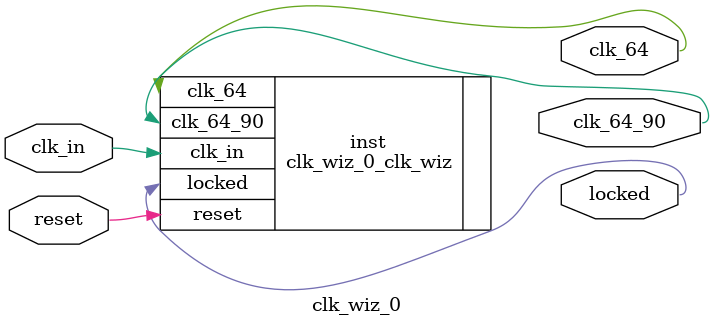
<source format=v>


`timescale 1ps/1ps

(* CORE_GENERATION_INFO = "clk_wiz_0,clk_wiz_v6_0_3_0_0,{component_name=clk_wiz_0,use_phase_alignment=true,use_min_o_jitter=true,use_max_i_jitter=false,use_dyn_phase_shift=false,use_inclk_switchover=false,use_dyn_reconfig=false,enable_axi=0,feedback_source=FDBK_AUTO,PRIMITIVE=PLL,num_out_clk=2,clkin1_period=38.462,clkin2_period=10.0,use_power_down=false,use_reset=true,use_locked=true,use_inclk_stopped=false,feedback_type=SINGLE,CLOCK_MGR_TYPE=NA,manual_override=false}" *)

module clk_wiz_0 
 (
  // Clock out ports
  output        clk_64,
  output        clk_64_90,
  // Status and control signals
  input         reset,
  output        locked,
 // Clock in ports
  input         clk_in
 );

  clk_wiz_0_clk_wiz inst
  (
  // Clock out ports  
  .clk_64(clk_64),
  .clk_64_90(clk_64_90),
  // Status and control signals               
  .reset(reset), 
  .locked(locked),
 // Clock in ports
  .clk_in(clk_in)
  );

endmodule

</source>
